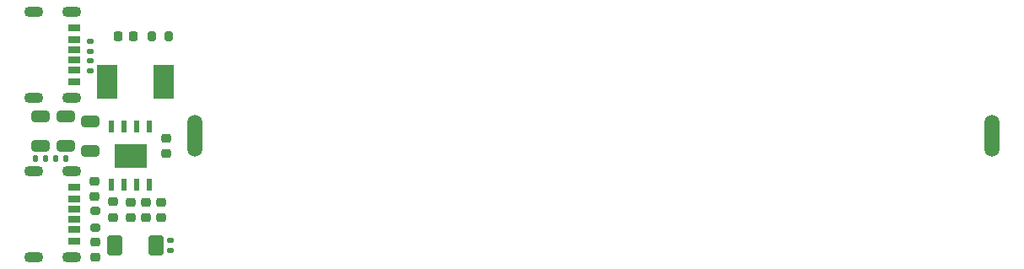
<source format=gbr>
%TF.GenerationSoftware,KiCad,Pcbnew,9.0.6*%
%TF.CreationDate,2026-02-27T22:21:18+08:00*%
%TF.ProjectId,minipower,6d696e69-706f-4776-9572-2e6b69636164,rev?*%
%TF.SameCoordinates,Original*%
%TF.FileFunction,Soldermask,Top*%
%TF.FilePolarity,Negative*%
%FSLAX46Y46*%
G04 Gerber Fmt 4.6, Leading zero omitted, Abs format (unit mm)*
G04 Created by KiCad (PCBNEW 9.0.6) date 2026-02-27 22:21:18*
%MOMM*%
%LPD*%
G01*
G04 APERTURE LIST*
G04 Aperture macros list*
%AMRoundRect*
0 Rectangle with rounded corners*
0 $1 Rounding radius*
0 $2 $3 $4 $5 $6 $7 $8 $9 X,Y pos of 4 corners*
0 Add a 4 corners polygon primitive as box body*
4,1,4,$2,$3,$4,$5,$6,$7,$8,$9,$2,$3,0*
0 Add four circle primitives for the rounded corners*
1,1,$1+$1,$2,$3*
1,1,$1+$1,$4,$5*
1,1,$1+$1,$6,$7*
1,1,$1+$1,$8,$9*
0 Add four rect primitives between the rounded corners*
20,1,$1+$1,$2,$3,$4,$5,0*
20,1,$1+$1,$4,$5,$6,$7,0*
20,1,$1+$1,$6,$7,$8,$9,0*
20,1,$1+$1,$8,$9,$2,$3,0*%
G04 Aperture macros list end*
%ADD10R,0.600000X1.200000*%
%ADD11R,3.300000X2.400000*%
%ADD12R,2.000000X3.400000*%
%ADD13RoundRect,0.225000X-0.250000X0.225000X-0.250000X-0.225000X0.250000X-0.225000X0.250000X0.225000X0*%
%ADD14RoundRect,0.250000X-0.650000X0.325000X-0.650000X-0.325000X0.650000X-0.325000X0.650000X0.325000X0*%
%ADD15RoundRect,0.225000X0.250000X-0.225000X0.250000X0.225000X-0.250000X0.225000X-0.250000X-0.225000X0*%
%ADD16RoundRect,0.287778X-0.489222X-0.714222X0.489222X-0.714222X0.489222X0.714222X-0.489222X0.714222X0*%
%ADD17O,1.900000X1.100000*%
%ADD18R,1.200000X0.700000*%
%ADD19R,1.200000X0.800000*%
%ADD20RoundRect,0.135000X-0.135000X-0.185000X0.135000X-0.185000X0.135000X0.185000X-0.135000X0.185000X0*%
%ADD21RoundRect,0.225000X0.225000X0.250000X-0.225000X0.250000X-0.225000X-0.250000X0.225000X-0.250000X0*%
%ADD22RoundRect,0.200000X-0.275000X0.200000X-0.275000X-0.200000X0.275000X-0.200000X0.275000X0.200000X0*%
%ADD23RoundRect,0.135000X-0.185000X0.135000X-0.185000X-0.135000X0.185000X-0.135000X0.185000X0.135000X0*%
%ADD24RoundRect,0.218750X-0.256250X0.218750X-0.256250X-0.218750X0.256250X-0.218750X0.256250X0.218750X0*%
%ADD25RoundRect,0.218750X0.256250X-0.218750X0.256250X0.218750X-0.256250X0.218750X-0.256250X-0.218750X0*%
%ADD26RoundRect,0.135000X0.135000X0.185000X-0.135000X0.185000X-0.135000X-0.185000X0.135000X-0.185000X0*%
%ADD27O,1.500000X4.200000*%
%ADD28RoundRect,0.135000X0.185000X-0.135000X0.185000X0.135000X-0.185000X0.135000X-0.185000X-0.135000X0*%
%ADD29RoundRect,0.200000X0.200000X0.275000X-0.200000X0.275000X-0.200000X-0.275000X0.200000X-0.275000X0*%
G04 APERTURE END LIST*
D10*
%TO.C,U1*%
X106595000Y-66908500D03*
X107865000Y-66908500D03*
X109135000Y-66908500D03*
X110405000Y-66908500D03*
X110405000Y-61091500D03*
X109135000Y-61091500D03*
X107865000Y-61091500D03*
X106595000Y-61091500D03*
D11*
X108500000Y-64000000D03*
%TD*%
D12*
%TO.C,L2*%
X106199898Y-56567500D03*
X111800102Y-56567500D03*
%TD*%
D13*
%TO.C,C6*%
X105000000Y-72631000D03*
X105000000Y-74181000D03*
%TD*%
D14*
%TO.C,C5*%
X99500000Y-60025000D03*
X99500000Y-62975000D03*
%TD*%
D13*
%TO.C,C2*%
X112056000Y-62225000D03*
X112056000Y-63775000D03*
%TD*%
D15*
%TO.C,C1*%
X104902000Y-68085000D03*
X104902000Y-66535000D03*
%TD*%
D16*
%TO.C,S1*%
X106925000Y-73000000D03*
X111075000Y-73000000D03*
%TD*%
D17*
%TO.C,U2*%
X102613000Y-65532000D03*
X98813000Y-65532000D03*
X102613000Y-74172000D03*
X98813000Y-74172000D03*
D18*
X102863000Y-69352000D03*
X102863000Y-71352000D03*
D19*
X102863000Y-72552000D03*
D18*
X102863000Y-70352000D03*
X102863000Y-68352000D03*
D19*
X102863000Y-67152000D03*
%TD*%
D20*
%TO.C,R6*%
X100990000Y-64262000D03*
X102010000Y-64262000D03*
%TD*%
D21*
%TO.C,C7*%
X108775000Y-52000000D03*
X107225000Y-52000000D03*
%TD*%
D22*
%TO.C,R3*%
X105000000Y-69533000D03*
X105000000Y-71183000D03*
%TD*%
D23*
%TO.C,R1*%
X112500000Y-72490000D03*
X112500000Y-73510000D03*
%TD*%
D24*
%TO.C,D2*%
X108500000Y-68660500D03*
X108500000Y-70235500D03*
%TD*%
D25*
%TO.C,D1*%
X106722000Y-70210000D03*
X106722000Y-68635000D03*
%TD*%
D26*
%TO.C,R5*%
X100010000Y-64262000D03*
X98990000Y-64262000D03*
%TD*%
D23*
%TO.C,R7*%
X104500000Y-54490000D03*
X104500000Y-55510000D03*
%TD*%
D27*
%TO.C,U6*%
X115000000Y-62000000D03*
X195000000Y-62000000D03*
%TD*%
D24*
%TO.C,D4*%
X111548000Y-68660500D03*
X111548000Y-70235500D03*
%TD*%
D14*
%TO.C,C4*%
X102000000Y-60025000D03*
X102000000Y-62975000D03*
%TD*%
D25*
%TO.C,D3*%
X110024000Y-70235500D03*
X110024000Y-68660500D03*
%TD*%
D28*
%TO.C,R8*%
X104500000Y-53510000D03*
X104500000Y-52490000D03*
%TD*%
D29*
%TO.C,R4*%
X112325000Y-52000000D03*
X110675000Y-52000000D03*
%TD*%
D17*
%TO.C,U3*%
X102606000Y-49526000D03*
X98806000Y-49526000D03*
X102606000Y-58166000D03*
X98806000Y-58166000D03*
D18*
X102856000Y-53346000D03*
X102856000Y-55346000D03*
D19*
X102856000Y-56546000D03*
D18*
X102856000Y-54346000D03*
X102856000Y-52346000D03*
D19*
X102856000Y-51146000D03*
%TD*%
D14*
%TO.C,C3*%
X104500000Y-60525000D03*
X104500000Y-63475000D03*
%TD*%
M02*

</source>
